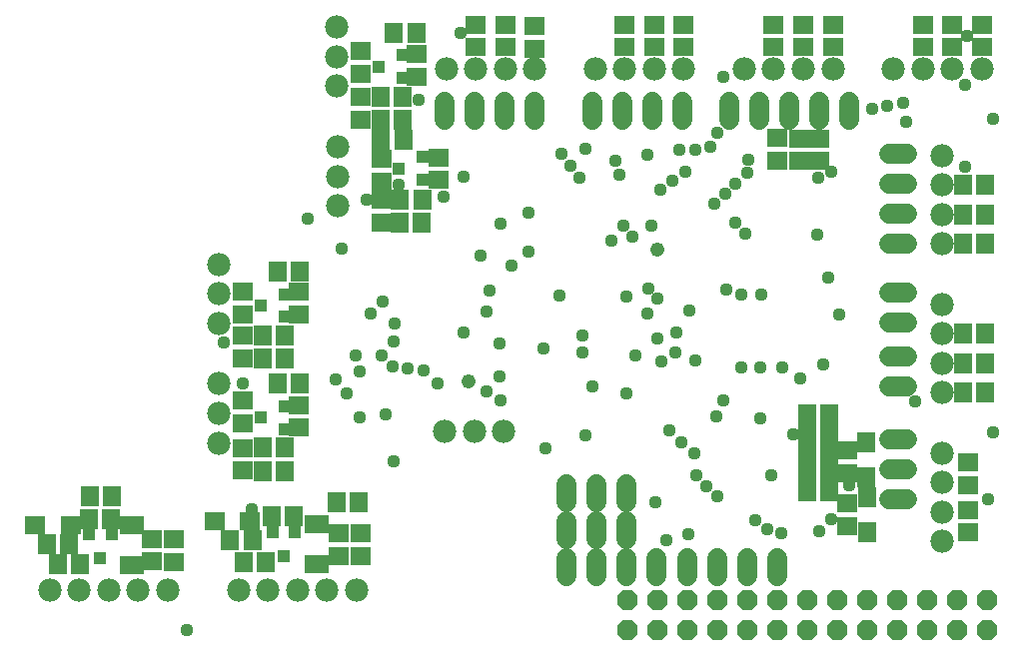
<source format=gbs>
G75*
G70*
%OFA0B0*%
%FSLAX24Y24*%
%IPPOS*%
%LPD*%
%AMOC8*
5,1,8,0,0,1.08239X$1,22.5*
%
%ADD10R,0.0592X0.0671*%
%ADD11R,0.0390X0.0430*%
%ADD12R,0.0710X0.0631*%
%ADD13R,0.0671X0.0592*%
%ADD14C,0.0680*%
%ADD15R,0.0631X0.0710*%
%ADD16OC8,0.0680*%
%ADD17R,0.0789X0.0631*%
%ADD18C,0.0780*%
%ADD19R,0.0430X0.0390*%
%ADD20C,0.0437*%
%ADD21C,0.0476*%
D10*
X002022Y003367D03*
X002770Y003367D03*
X002417Y004030D03*
X001669Y004030D03*
X003065Y004863D03*
X003813Y004863D03*
X003835Y005621D03*
X003087Y005621D03*
X007780Y004166D03*
X008528Y004166D03*
X009158Y004954D03*
X009906Y004954D03*
X011323Y005446D03*
X012071Y005446D03*
X009610Y006479D03*
X008862Y006479D03*
X008862Y007267D03*
X009610Y007267D03*
X009354Y009383D03*
X010102Y009383D03*
X009610Y010219D03*
X008862Y010219D03*
X008862Y011007D03*
X009610Y011007D03*
X009354Y013123D03*
X010102Y013123D03*
X013435Y014778D03*
X014183Y014778D03*
X014191Y015526D03*
X013443Y015526D03*
X013563Y017524D03*
X012815Y017524D03*
X012799Y018192D03*
X013547Y018192D03*
X013547Y018979D03*
X012799Y018979D03*
X013242Y021095D03*
X013990Y021095D03*
X032238Y016026D03*
X032986Y016026D03*
X032986Y015042D03*
X032238Y015042D03*
X032238Y014058D03*
X032986Y014058D03*
X032986Y011056D03*
X032238Y011056D03*
X032238Y010072D03*
X032986Y010072D03*
X032986Y009087D03*
X032238Y009087D03*
X027770Y008349D03*
X027022Y008349D03*
X027022Y007710D03*
X027770Y007710D03*
X027770Y007070D03*
X027022Y007070D03*
X027022Y006430D03*
X027022Y005790D03*
X027770Y005790D03*
X027770Y006430D03*
X008971Y003428D03*
X008222Y003428D03*
D11*
X009571Y003619D03*
X009951Y004419D03*
X009191Y004419D03*
X003827Y004352D03*
X003067Y004352D03*
X003447Y003552D03*
D12*
X002453Y004660D03*
X001272Y004660D03*
X007268Y004806D03*
X008449Y004806D03*
D13*
X005892Y004194D03*
X005183Y004198D03*
X005183Y003450D03*
X005892Y003446D03*
X008203Y006499D03*
X008203Y007247D03*
X008203Y008074D03*
X008203Y008822D03*
X008203Y010239D03*
X008203Y010987D03*
X008203Y011715D03*
X008203Y012463D03*
X010073Y012463D03*
X010073Y011715D03*
X010073Y008674D03*
X010073Y007926D03*
X011402Y004393D03*
X012140Y004393D03*
X012140Y003645D03*
X011402Y003645D03*
X012831Y014778D03*
X012831Y015526D03*
X012829Y016145D03*
X012829Y016893D03*
X012140Y018211D03*
X012140Y018960D03*
X012140Y019737D03*
X012140Y020485D03*
X014010Y020387D03*
X014010Y019639D03*
X015978Y020623D03*
X015978Y021371D03*
X016963Y021371D03*
X016963Y020623D03*
X017947Y020574D03*
X017947Y021322D03*
X020949Y021371D03*
X020949Y020623D03*
X021933Y020623D03*
X021933Y021371D03*
X022917Y021371D03*
X022917Y020623D03*
X025919Y020623D03*
X025919Y021371D03*
X026904Y021371D03*
X027888Y021371D03*
X027888Y020623D03*
X026904Y020623D03*
X030890Y020623D03*
X030890Y021371D03*
X031874Y021371D03*
X031874Y020623D03*
X032858Y020623D03*
X032858Y021371D03*
X027445Y017582D03*
X026756Y017582D03*
X026035Y017587D03*
X026035Y016839D03*
X026756Y016834D03*
X027445Y016834D03*
X014748Y016942D03*
X014748Y016194D03*
X028378Y007156D03*
X028378Y006408D03*
X028382Y005385D03*
X028382Y004637D03*
X032415Y004432D03*
X032415Y005180D03*
X032415Y006007D03*
X032415Y006755D03*
D14*
X030353Y006538D02*
X029753Y006538D01*
X029753Y007538D02*
X030353Y007538D01*
X030353Y009310D02*
X029753Y009310D01*
X029753Y010310D02*
X030353Y010310D01*
X030353Y011436D02*
X029753Y011436D01*
X029753Y012436D02*
X030353Y012436D01*
X030363Y014078D02*
X029763Y014078D01*
X029763Y015078D02*
X030363Y015078D01*
X030363Y016078D02*
X029763Y016078D01*
X029763Y017078D02*
X030363Y017078D01*
X028441Y018187D02*
X028441Y018787D01*
X027441Y018787D02*
X027441Y018187D01*
X026441Y018187D02*
X026441Y018787D01*
X025441Y018787D02*
X025441Y018187D01*
X024441Y018187D02*
X024441Y018787D01*
X022862Y018787D02*
X022862Y018187D01*
X021862Y018187D02*
X021862Y018787D01*
X020862Y018787D02*
X020862Y018187D01*
X019862Y018187D02*
X019862Y018787D01*
X017921Y018787D02*
X017921Y018187D01*
X016921Y018187D02*
X016921Y018787D01*
X015921Y018787D02*
X015921Y018187D01*
X014921Y018187D02*
X014921Y018787D01*
X019014Y006041D02*
X019014Y005441D01*
X019014Y004811D02*
X019014Y004211D01*
X019006Y003580D02*
X019006Y002980D01*
X020006Y002980D02*
X020006Y003580D01*
X020014Y004211D02*
X020014Y004811D01*
X020014Y005441D02*
X020014Y006041D01*
X021014Y006041D02*
X021014Y005441D01*
X021014Y004811D02*
X021014Y004211D01*
X021006Y003580D02*
X021006Y002980D01*
X022006Y002980D02*
X022006Y003580D01*
X023041Y003580D02*
X023041Y002980D01*
X024041Y002980D02*
X024041Y003580D01*
X025041Y003580D02*
X025041Y002980D01*
X026041Y002980D02*
X026041Y003580D01*
X029753Y005538D02*
X030353Y005538D01*
D15*
X029028Y005599D03*
X029012Y006267D03*
X029012Y007448D03*
X029028Y004418D03*
D16*
X029051Y002156D03*
X028051Y002156D03*
X027051Y002156D03*
X026051Y002156D03*
X025051Y002156D03*
X024051Y002156D03*
X023051Y002156D03*
X022051Y002156D03*
X021051Y002156D03*
X021051Y001156D03*
X022051Y001156D03*
X023051Y001156D03*
X024051Y001156D03*
X025051Y001156D03*
X026051Y001156D03*
X027051Y001156D03*
X028051Y001156D03*
X029051Y001156D03*
X030051Y001156D03*
X031051Y001156D03*
X032051Y001156D03*
X033051Y001156D03*
X033051Y002156D03*
X032051Y002156D03*
X031051Y002156D03*
X030051Y002156D03*
D17*
X010663Y003349D03*
X010663Y004688D03*
X004494Y004654D03*
X004494Y003316D03*
D18*
X001756Y002493D03*
X002740Y002493D03*
X003724Y002493D03*
X004709Y002493D03*
X005693Y002493D03*
X008055Y002493D03*
X009039Y002493D03*
X010024Y002493D03*
X011008Y002493D03*
X011992Y002493D03*
X007415Y007414D03*
X007415Y008399D03*
X007415Y009383D03*
X007415Y011400D03*
X007415Y012385D03*
X007415Y013369D03*
X011360Y015316D03*
X011360Y016300D03*
X011360Y017284D03*
X011352Y019324D03*
X011352Y020308D03*
X011352Y021292D03*
X014994Y019914D03*
X015978Y019914D03*
X016963Y019914D03*
X017947Y019914D03*
X019965Y019914D03*
X020949Y019914D03*
X021933Y019914D03*
X022917Y019914D03*
X024935Y019914D03*
X025919Y019914D03*
X026904Y019914D03*
X027888Y019914D03*
X029906Y019914D03*
X030890Y019914D03*
X031874Y019914D03*
X032858Y019914D03*
X031530Y017011D03*
X031530Y016026D03*
X031530Y015042D03*
X031530Y014058D03*
X031530Y012040D03*
X031530Y011056D03*
X031530Y010072D03*
X031530Y009087D03*
X031530Y007070D03*
X031530Y006086D03*
X031530Y005101D03*
X031530Y004117D03*
X016913Y007808D03*
X015929Y007808D03*
X014945Y007808D03*
D19*
X009587Y007881D03*
X008787Y008261D03*
X009587Y008641D03*
X009587Y011621D03*
X008787Y012001D03*
X009587Y012381D03*
X014213Y016198D03*
X014213Y016958D03*
X013413Y016578D03*
X013524Y019593D03*
X012724Y019973D03*
X013524Y020353D03*
D20*
X015486Y021095D03*
X014059Y018881D03*
X015573Y016315D03*
X014896Y015633D03*
X013419Y016026D03*
X012337Y015534D03*
X010368Y014895D03*
X011500Y013910D03*
X012878Y012139D03*
X012484Y011745D03*
X013272Y011400D03*
X013222Y010811D03*
X012832Y010348D03*
X013189Y009977D03*
X013712Y009897D03*
X014225Y009829D03*
X014695Y009401D03*
X015732Y009481D03*
X016323Y009137D03*
X016815Y008841D03*
X016766Y009629D03*
X018242Y010564D03*
X019522Y010416D03*
X019522Y011007D03*
X019522Y011007D03*
X021293Y010318D03*
X022178Y010143D03*
X022622Y010416D03*
X023311Y010170D03*
X022671Y011105D03*
X022032Y010908D03*
X021687Y011745D03*
X022032Y012237D03*
X022032Y012237D03*
X021736Y012582D03*
X021736Y012582D03*
X020998Y012286D03*
X020998Y012286D03*
X022032Y013861D03*
X021195Y014304D03*
X020900Y014649D03*
X020506Y014156D03*
X021835Y014649D03*
X022130Y015879D03*
X022524Y016174D03*
X022967Y016469D03*
X022783Y017212D03*
X023311Y017208D03*
X023803Y017306D03*
X024049Y017749D03*
X025083Y016863D03*
X025034Y016420D03*
X024640Y016076D03*
X024295Y015731D03*
X023951Y015387D03*
X024643Y014750D03*
X024986Y014402D03*
X027378Y014380D03*
X027740Y012926D03*
X028109Y011715D03*
X027559Y010016D03*
X026805Y009580D03*
X026215Y009924D03*
X025478Y009930D03*
X024828Y009930D03*
X024246Y008841D03*
X024004Y008302D03*
X022828Y007430D03*
X022428Y007830D03*
X023278Y007080D03*
X023328Y006330D03*
X023678Y005980D03*
X024028Y005630D03*
X025318Y004847D03*
X025716Y004531D03*
X026184Y004403D03*
X027444Y004462D03*
X027839Y004856D03*
X028429Y005987D03*
X025828Y006330D03*
X026559Y007710D03*
X025478Y008230D03*
X021982Y005446D03*
X022327Y004166D03*
X023065Y004363D03*
X018318Y007224D03*
X019620Y007660D03*
X020997Y009081D03*
X019866Y009284D03*
X016766Y010737D03*
X015585Y011105D03*
X016323Y011794D03*
X016323Y011794D03*
X016421Y012483D03*
X016421Y012483D03*
X017160Y013320D03*
X017750Y013812D03*
X016815Y014747D03*
X017750Y015091D03*
X019423Y016273D03*
X019128Y016666D03*
X018833Y017060D03*
X019649Y017241D03*
X020620Y016826D03*
X020770Y016365D03*
X021697Y017024D03*
X024246Y019619D03*
X027839Y016469D03*
X027396Y016273D03*
X030349Y018119D03*
X029690Y018664D03*
X030228Y018780D03*
X029202Y018566D03*
X032317Y019373D03*
X033252Y018241D03*
X032317Y016617D03*
X032366Y020997D03*
X024345Y012532D03*
X024828Y012380D03*
X025487Y012367D03*
X023114Y011843D03*
X018784Y012336D03*
X016126Y013664D03*
X011958Y010334D03*
X012112Y009797D03*
X011303Y009530D03*
X011655Y009068D03*
X012091Y008251D03*
X012976Y008349D03*
X013252Y006783D03*
X008498Y005200D03*
X006333Y001161D03*
X008203Y009383D03*
X007563Y010761D03*
X030644Y008792D03*
X033252Y007759D03*
X033055Y005544D03*
D21*
X022032Y013861D03*
X015732Y009481D03*
M02*

</source>
